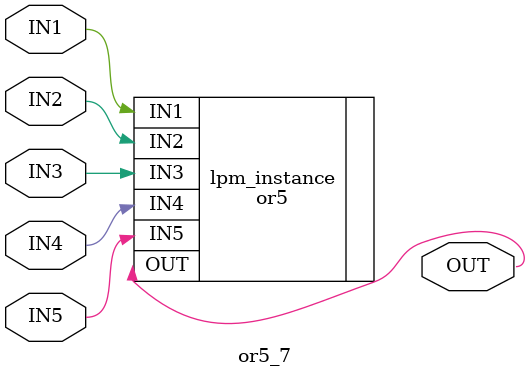
<source format=v>



module or5_7(IN1,IN3,IN2,IN5,IN4,OUT);
input IN1;
input IN3;
input IN2;
input IN5;
input IN4;
output OUT;

or5	lpm_instance(.IN1(IN1),.IN3(IN3),.IN2(IN2),.IN5(IN5),.IN4(IN4),.OUT(OUT));

endmodule

</source>
